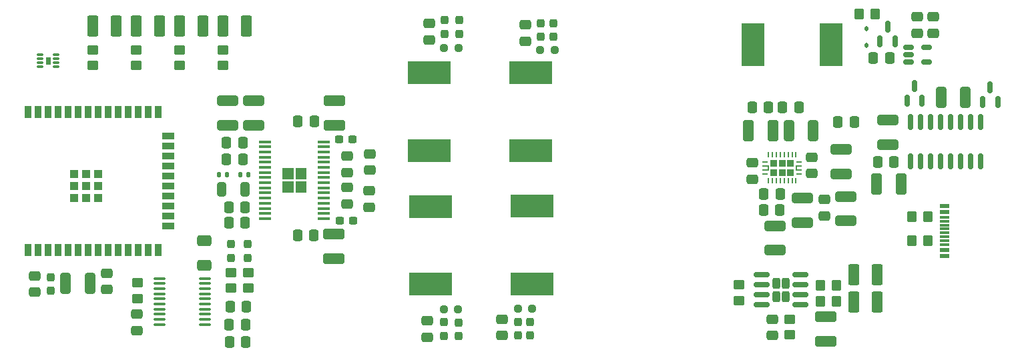
<source format=gbr>
%TF.GenerationSoftware,KiCad,Pcbnew,9.0.6*%
%TF.CreationDate,2025-12-07T16:06:48+02:00*%
%TF.ProjectId,BLUETOOTH_SPEAKER,424c5545-544f-44f5-9448-5f535045414b,rev?*%
%TF.SameCoordinates,Original*%
%TF.FileFunction,Paste,Top*%
%TF.FilePolarity,Positive*%
%FSLAX46Y46*%
G04 Gerber Fmt 4.6, Leading zero omitted, Abs format (unit mm)*
G04 Created by KiCad (PCBNEW 9.0.6) date 2025-12-07 16:06:48*
%MOMM*%
%LPD*%
G01*
G04 APERTURE LIST*
G04 Aperture macros list*
%AMRoundRect*
0 Rectangle with rounded corners*
0 $1 Rounding radius*
0 $2 $3 $4 $5 $6 $7 $8 $9 X,Y pos of 4 corners*
0 Add a 4 corners polygon primitive as box body*
4,1,4,$2,$3,$4,$5,$6,$7,$8,$9,$2,$3,0*
0 Add four circle primitives for the rounded corners*
1,1,$1+$1,$2,$3*
1,1,$1+$1,$4,$5*
1,1,$1+$1,$6,$7*
1,1,$1+$1,$8,$9*
0 Add four rect primitives between the rounded corners*
20,1,$1+$1,$2,$3,$4,$5,0*
20,1,$1+$1,$4,$5,$6,$7,0*
20,1,$1+$1,$6,$7,$8,$9,0*
20,1,$1+$1,$8,$9,$2,$3,0*%
G04 Aperture macros list end*
%ADD10C,0.010000*%
%ADD11RoundRect,0.250000X-0.350000X-0.450000X0.350000X-0.450000X0.350000X0.450000X-0.350000X0.450000X0*%
%ADD12RoundRect,0.250000X-0.475000X0.337500X-0.475000X-0.337500X0.475000X-0.337500X0.475000X0.337500X0*%
%ADD13RoundRect,0.250000X0.650000X-0.412500X0.650000X0.412500X-0.650000X0.412500X-0.650000X-0.412500X0*%
%ADD14RoundRect,0.150000X0.150000X-0.825000X0.150000X0.825000X-0.150000X0.825000X-0.150000X-0.825000X0*%
%ADD15RoundRect,0.250000X1.100000X-0.412500X1.100000X0.412500X-1.100000X0.412500X-1.100000X-0.412500X0*%
%ADD16RoundRect,0.250000X0.412500X1.100000X-0.412500X1.100000X-0.412500X-1.100000X0.412500X-1.100000X0*%
%ADD17RoundRect,0.250000X-0.337500X-0.475000X0.337500X-0.475000X0.337500X0.475000X-0.337500X0.475000X0*%
%ADD18RoundRect,0.250001X-0.462499X-1.074999X0.462499X-1.074999X0.462499X1.074999X-0.462499X1.074999X0*%
%ADD19RoundRect,0.250000X0.325000X0.650000X-0.325000X0.650000X-0.325000X-0.650000X0.325000X-0.650000X0*%
%ADD20RoundRect,0.033750X0.346250X0.101250X-0.346250X0.101250X-0.346250X-0.101250X0.346250X-0.101250X0*%
%ADD21RoundRect,0.250000X0.350000X0.450000X-0.350000X0.450000X-0.350000X-0.450000X0.350000X-0.450000X0*%
%ADD22RoundRect,0.250000X0.475000X-0.337500X0.475000X0.337500X-0.475000X0.337500X-0.475000X-0.337500X0*%
%ADD23RoundRect,0.237500X-0.300000X-0.237500X0.300000X-0.237500X0.300000X0.237500X-0.300000X0.237500X0*%
%ADD24RoundRect,0.237500X0.250000X0.237500X-0.250000X0.237500X-0.250000X-0.237500X0.250000X-0.237500X0*%
%ADD25RoundRect,0.250000X-1.100000X0.412500X-1.100000X-0.412500X1.100000X-0.412500X1.100000X0.412500X0*%
%ADD26RoundRect,0.237500X0.237500X-0.300000X0.237500X0.300000X-0.237500X0.300000X-0.237500X-0.300000X0*%
%ADD27RoundRect,0.250000X-0.400000X-1.075000X0.400000X-1.075000X0.400000X1.075000X-0.400000X1.075000X0*%
%ADD28RoundRect,0.250000X0.450000X-0.350000X0.450000X0.350000X-0.450000X0.350000X-0.450000X-0.350000X0*%
%ADD29RoundRect,0.250000X0.337500X0.475000X-0.337500X0.475000X-0.337500X-0.475000X0.337500X-0.475000X0*%
%ADD30RoundRect,0.250000X1.075000X-0.400000X1.075000X0.400000X-1.075000X0.400000X-1.075000X-0.400000X0*%
%ADD31RoundRect,0.135000X-0.135000X-0.185000X0.135000X-0.185000X0.135000X0.185000X-0.135000X0.185000X0*%
%ADD32RoundRect,0.150000X0.150000X-0.587500X0.150000X0.587500X-0.150000X0.587500X-0.150000X-0.587500X0*%
%ADD33RoundRect,0.150000X-0.512500X-0.150000X0.512500X-0.150000X0.512500X0.150000X-0.512500X0.150000X0*%
%ADD34RoundRect,0.237500X-0.237500X0.300000X-0.237500X-0.300000X0.237500X-0.300000X0.237500X0.300000X0*%
%ADD35R,1.160000X0.600000*%
%ADD36R,1.160000X0.300000*%
%ADD37RoundRect,0.250000X-1.075000X0.400000X-1.075000X-0.400000X1.075000X-0.400000X1.075000X0.400000X0*%
%ADD38RoundRect,0.237500X-0.250000X-0.237500X0.250000X-0.237500X0.250000X0.237500X-0.250000X0.237500X0*%
%ADD39RoundRect,0.112500X0.112500X-0.187500X0.112500X0.187500X-0.112500X0.187500X-0.112500X-0.187500X0*%
%ADD40RoundRect,0.250000X-0.450000X0.350000X-0.450000X-0.350000X0.450000X-0.350000X0.450000X0.350000X0*%
%ADD41R,5.400000X2.900000*%
%ADD42R,0.850000X0.920000*%
%ADD43R,0.250000X0.750000*%
%ADD44RoundRect,0.050400X-0.249600X0.069600X-0.249600X-0.069600X0.249600X-0.069600X0.249600X0.069600X0*%
%ADD45RoundRect,0.050400X-0.069600X0.249600X-0.069600X-0.249600X0.069600X-0.249600X0.069600X0.249600X0*%
%ADD46RoundRect,0.050000X-0.250000X0.050000X-0.250000X-0.050000X0.250000X-0.050000X0.250000X0.050000X0*%
%ADD47RoundRect,0.250000X-0.255000X-0.440000X0.255000X-0.440000X0.255000X0.440000X-0.255000X0.440000X0*%
%ADD48RoundRect,0.150000X-0.825000X-0.150000X0.825000X-0.150000X0.825000X0.150000X-0.825000X0.150000X0*%
%ADD49RoundRect,0.250000X0.400000X1.075000X-0.400000X1.075000X-0.400000X-1.075000X0.400000X-1.075000X0*%
%ADD50RoundRect,0.100000X0.637500X0.100000X-0.637500X0.100000X-0.637500X-0.100000X0.637500X-0.100000X0*%
%ADD51R,2.900000X5.400000*%
%ADD52R,0.900000X1.500000*%
%ADD53R,1.500000X0.900000*%
%ADD54R,1.050000X1.050000*%
%ADD55RoundRect,0.102500X-0.682500X-0.102500X0.682500X-0.102500X0.682500X0.102500X-0.682500X0.102500X0*%
G04 APERTURE END LIST*
D10*
%TO.C,U8*%
X54470000Y-97990000D02*
X53910000Y-97990000D01*
X53910000Y-97170000D01*
X54470000Y-97170000D01*
X54470000Y-97990000D01*
G36*
X54470000Y-97990000D02*
G01*
X53910000Y-97990000D01*
X53910000Y-97170000D01*
X54470000Y-97170000D01*
X54470000Y-97990000D01*
G37*
%TO.C,U1*%
X85235000Y-112570000D02*
X83935000Y-112570000D01*
X83935000Y-111220000D01*
X85235000Y-111220000D01*
X85235000Y-112570000D01*
G36*
X85235000Y-112570000D02*
G01*
X83935000Y-112570000D01*
X83935000Y-111220000D01*
X85235000Y-111220000D01*
X85235000Y-112570000D01*
G37*
X85235000Y-114290000D02*
X83935000Y-114290000D01*
X83935000Y-112940000D01*
X85235000Y-112940000D01*
X85235000Y-114290000D01*
G36*
X85235000Y-114290000D02*
G01*
X83935000Y-114290000D01*
X83935000Y-112940000D01*
X85235000Y-112940000D01*
X85235000Y-114290000D01*
G37*
X86905000Y-112570000D02*
X85605000Y-112570000D01*
X85605000Y-111220000D01*
X86905000Y-111220000D01*
X86905000Y-112570000D01*
G36*
X86905000Y-112570000D02*
G01*
X85605000Y-112570000D01*
X85605000Y-111220000D01*
X86905000Y-111220000D01*
X86905000Y-112570000D01*
G37*
X86905000Y-114290000D02*
X85605000Y-114290000D01*
X85605000Y-112940000D01*
X86905000Y-112940000D01*
X86905000Y-114290000D01*
G36*
X86905000Y-114290000D02*
G01*
X85605000Y-114290000D01*
X85605000Y-112940000D01*
X86905000Y-112940000D01*
X86905000Y-114290000D01*
G37*
%TD*%
D11*
%TO.C,R19*%
X152152500Y-128116000D03*
X154152500Y-128116000D03*
%TD*%
D12*
%TO.C,C50*%
X152630000Y-115222500D03*
X152630000Y-117297500D03*
%TD*%
D13*
%TO.C,C29*%
X74035000Y-123552500D03*
X74035000Y-120427500D03*
%TD*%
D14*
%TO.C,U4*%
X163575000Y-110332500D03*
X164845000Y-110332500D03*
X166115000Y-110332500D03*
X167385000Y-110332500D03*
X168655000Y-110332500D03*
X169925000Y-110332500D03*
X171195000Y-110332500D03*
X172465000Y-110332500D03*
X172465000Y-105382500D03*
X171195000Y-105382500D03*
X169925000Y-105382500D03*
X168655000Y-105382500D03*
X167385000Y-105382500D03*
X166115000Y-105382500D03*
X164845000Y-105382500D03*
X163575000Y-105382500D03*
%TD*%
D15*
%TO.C,C3*%
X90487500Y-105777500D03*
X90487500Y-102652500D03*
%TD*%
D16*
%TO.C,C38*%
X162402500Y-113220000D03*
X159277500Y-113220000D03*
%TD*%
D17*
%TO.C,C28*%
X77185000Y-133280000D03*
X79260000Y-133280000D03*
%TD*%
D18*
%TO.C,D5*%
X70852500Y-93210000D03*
X73827500Y-93210000D03*
%TD*%
D19*
%TO.C,C27*%
X79190000Y-113920000D03*
X76240000Y-113920000D03*
%TD*%
D20*
%TO.C,U8*%
X55175000Y-98330000D03*
X55175000Y-97830000D03*
X55175000Y-97330000D03*
X55175000Y-96830000D03*
X53205000Y-96830000D03*
X53205000Y-97330000D03*
X53205000Y-97830000D03*
X53205000Y-98330000D03*
%TD*%
D21*
%TO.C,R11*%
X165760000Y-120420000D03*
X163760000Y-120420000D03*
%TD*%
D22*
%TO.C,C37*%
X61650000Y-126647500D03*
X61650000Y-124572500D03*
%TD*%
D12*
%TO.C,C7*%
X94960000Y-109392500D03*
X94960000Y-111467500D03*
%TD*%
D23*
%TO.C,C4*%
X91147500Y-117855000D03*
X92872500Y-117855000D03*
%TD*%
D12*
%TO.C,C36*%
X52530000Y-124890000D03*
X52530000Y-126965000D03*
%TD*%
D17*
%TO.C,C51*%
X154362500Y-105400000D03*
X156437500Y-105400000D03*
%TD*%
D24*
%TO.C,R2*%
X118417500Y-96230000D03*
X116592500Y-96230000D03*
%TD*%
D18*
%TO.C,D7*%
X59852500Y-93210000D03*
X62827500Y-93210000D03*
%TD*%
D25*
%TO.C,C6*%
X90450000Y-119582500D03*
X90450000Y-122707500D03*
%TD*%
D26*
%TO.C,C16*%
X116705000Y-94560000D03*
X116705000Y-92835000D03*
%TD*%
D27*
%TO.C,R20*%
X148155000Y-106485000D03*
X151255000Y-106485000D03*
%TD*%
D11*
%TO.C,R15*%
X157067500Y-91620000D03*
X159067500Y-91620000D03*
%TD*%
D28*
%TO.C,R28*%
X70852500Y-98210000D03*
X70852500Y-96210000D03*
%TD*%
D11*
%TO.C,R14*%
X163760000Y-117420000D03*
X165760000Y-117420000D03*
%TD*%
D29*
%TO.C,C53*%
X147035000Y-114485000D03*
X144960000Y-114485000D03*
%TD*%
D30*
%TO.C,R6*%
X76997500Y-105750000D03*
X76997500Y-102650000D03*
%TD*%
D31*
%TO.C,R26*%
X75850000Y-112090000D03*
X76870000Y-112090000D03*
%TD*%
D32*
%TO.C,Q1*%
X172732500Y-102815000D03*
X174632500Y-102815000D03*
X173682500Y-100940000D03*
%TD*%
D33*
%TO.C,U5*%
X163350000Y-95877500D03*
X163350000Y-96827500D03*
X163350000Y-97777500D03*
X165625000Y-97777500D03*
X165625000Y-95877500D03*
%TD*%
D26*
%TO.C,C32*%
X77385000Y-122607500D03*
X77385000Y-120882500D03*
%TD*%
D34*
%TO.C,C20*%
X118305000Y-92817500D03*
X118305000Y-94542500D03*
%TD*%
D26*
%TO.C,C15*%
X104500000Y-94162500D03*
X104500000Y-92437500D03*
%TD*%
D35*
%TO.C,J3*%
X167901500Y-122401000D03*
X167901500Y-121601000D03*
D36*
X167901500Y-120451000D03*
X167901500Y-119451000D03*
X167901500Y-118951000D03*
X167901500Y-117951000D03*
D35*
X167901500Y-116801000D03*
X167901500Y-116001000D03*
X167901500Y-116001000D03*
X167901500Y-116801000D03*
D36*
X167901500Y-117451000D03*
X167901500Y-118451000D03*
X167901500Y-119951000D03*
X167901500Y-120951000D03*
D35*
X167901500Y-121601000D03*
X167901500Y-122401000D03*
%TD*%
D37*
%TO.C,R21*%
X155330000Y-114820000D03*
X155330000Y-117920000D03*
%TD*%
D32*
%TO.C,Q3*%
X159707500Y-95137500D03*
X161607500Y-95137500D03*
X160657500Y-93262500D03*
%TD*%
D38*
%TO.C,R1*%
X104430000Y-95967500D03*
X106255000Y-95967500D03*
%TD*%
D30*
%TO.C,R24*%
X146400000Y-121650000D03*
X146400000Y-118550000D03*
%TD*%
D23*
%TO.C,C1*%
X91097500Y-107525000D03*
X92822500Y-107525000D03*
%TD*%
D39*
%TO.C,D1*%
X157977500Y-95590000D03*
X157977500Y-93490000D03*
%TD*%
D12*
%TO.C,C41*%
X146022500Y-130398500D03*
X146022500Y-132473500D03*
%TD*%
D34*
%TO.C,C21*%
X115350000Y-130722500D03*
X115350000Y-132447500D03*
%TD*%
D40*
%TO.C,R9*%
X65510000Y-125770000D03*
X65510000Y-127770000D03*
%TD*%
D29*
%TO.C,C43*%
X160941250Y-97230000D03*
X158866250Y-97230000D03*
%TD*%
D17*
%TO.C,C25*%
X77100000Y-116160000D03*
X79175000Y-116160000D03*
%TD*%
D41*
%TO.C,L1*%
X102535000Y-109005000D03*
X102535000Y-99105000D03*
%TD*%
%TO.C,L3*%
X115410000Y-109005000D03*
X115410000Y-99105000D03*
%TD*%
%TO.C,L4*%
X102660000Y-116080000D03*
X102660000Y-125980000D03*
%TD*%
D30*
%TO.C,R5*%
X80267500Y-105750000D03*
X80267500Y-102650000D03*
%TD*%
D22*
%TO.C,C44*%
X166477500Y-94070000D03*
X166477500Y-91995000D03*
%TD*%
D30*
%TO.C,R22*%
X154800000Y-111950000D03*
X154800000Y-108850000D03*
%TD*%
D29*
%TO.C,C2*%
X87947500Y-105305000D03*
X85872500Y-105305000D03*
%TD*%
D12*
%TO.C,C9*%
X92110000Y-113685000D03*
X92110000Y-115760000D03*
%TD*%
D18*
%TO.C,D6*%
X65352500Y-93210000D03*
X68327500Y-93210000D03*
%TD*%
D16*
%TO.C,C46*%
X146117500Y-106505000D03*
X142992500Y-106505000D03*
%TD*%
D28*
%TO.C,R7*%
X79547500Y-126470000D03*
X79547500Y-124470000D03*
%TD*%
D22*
%TO.C,C42*%
X164397500Y-94100000D03*
X164397500Y-92025000D03*
%TD*%
D26*
%TO.C,C19*%
X106300000Y-94162500D03*
X106300000Y-92437500D03*
%TD*%
D34*
%TO.C,C22*%
X106225000Y-130812500D03*
X106225000Y-132537500D03*
%TD*%
D29*
%TO.C,C30*%
X79247500Y-131120000D03*
X77172500Y-131120000D03*
%TD*%
D18*
%TO.C,D2*%
X156392500Y-124776000D03*
X159367500Y-124776000D03*
%TD*%
D12*
%TO.C,C14*%
X102300000Y-130625000D03*
X102300000Y-132700000D03*
%TD*%
D29*
%TO.C,C45*%
X145570000Y-103485000D03*
X143495000Y-103485000D03*
%TD*%
D42*
%TO.C,U7*%
X148355000Y-110645000D03*
X147305000Y-110645000D03*
X146255000Y-110645000D03*
D43*
X149105000Y-111205000D03*
X145505000Y-111205000D03*
D42*
X148355000Y-111765000D03*
X147305000Y-111765000D03*
X146255000Y-111765000D03*
D44*
X149455000Y-110455000D03*
D45*
X149055000Y-109555000D03*
X148555000Y-109555000D03*
X148055000Y-109555000D03*
X147555000Y-109555000D03*
X147055000Y-109555000D03*
X146555000Y-109555000D03*
X146055000Y-109555000D03*
X145555000Y-109555000D03*
D44*
X145155000Y-110455000D03*
X145155000Y-111955000D03*
D45*
X145555000Y-112855000D03*
X146055000Y-112855000D03*
X146555000Y-112855000D03*
X147055000Y-112855000D03*
X147555000Y-112855000D03*
X148055000Y-112855000D03*
X148555000Y-112855000D03*
X149055000Y-112855000D03*
D44*
X149455000Y-111955000D03*
D46*
X149455000Y-110930000D03*
X145155000Y-110930000D03*
X149455000Y-111480000D03*
X145155000Y-111480000D03*
%TD*%
D34*
%TO.C,C17*%
X113775000Y-130722500D03*
X113775000Y-132447500D03*
%TD*%
D28*
%TO.C,R8*%
X77362500Y-126470000D03*
X77362500Y-124470000D03*
%TD*%
D22*
%TO.C,C8*%
X92110000Y-111792500D03*
X92110000Y-109717500D03*
%TD*%
D27*
%TO.C,R12*%
X167442500Y-102237500D03*
X170542500Y-102237500D03*
%TD*%
D32*
%TO.C,Q2*%
X163150000Y-102635000D03*
X165050000Y-102635000D03*
X164100000Y-100760000D03*
%TD*%
D26*
%TO.C,C31*%
X79510000Y-122607500D03*
X79510000Y-120882500D03*
%TD*%
D17*
%TO.C,C24*%
X76812500Y-110140000D03*
X78887500Y-110140000D03*
%TD*%
D28*
%TO.C,R27*%
X76352500Y-98210000D03*
X76352500Y-96210000D03*
%TD*%
D12*
%TO.C,C13*%
X111775000Y-130410000D03*
X111775000Y-132485000D03*
%TD*%
D28*
%TO.C,R30*%
X59840000Y-98210000D03*
X59840000Y-96210000D03*
%TD*%
D22*
%TO.C,C48*%
X151085000Y-111892500D03*
X151085000Y-109817500D03*
%TD*%
D41*
%TO.C,L2*%
X115585000Y-116055000D03*
X115585000Y-125955000D03*
%TD*%
D11*
%TO.C,R18*%
X152162500Y-126116000D03*
X154162500Y-126116000D03*
%TD*%
D29*
%TO.C,C5*%
X87920000Y-119770000D03*
X85845000Y-119770000D03*
%TD*%
D47*
%TO.C,U6*%
X146557500Y-125856000D03*
X146557500Y-127506000D03*
X147757500Y-125856000D03*
X147757500Y-127506000D03*
D48*
X144682500Y-124776000D03*
X144682500Y-126046000D03*
X144682500Y-127316000D03*
X144682500Y-128586000D03*
X149632500Y-128586000D03*
X149632500Y-127316000D03*
X149632500Y-126046000D03*
X149632500Y-124776000D03*
%TD*%
D29*
%TO.C,C52*%
X147012500Y-116525000D03*
X144937500Y-116525000D03*
%TD*%
D37*
%TO.C,R23*%
X149900000Y-115050000D03*
X149900000Y-118150000D03*
%TD*%
D24*
%TO.C,R4*%
X106212500Y-129162500D03*
X104387500Y-129162500D03*
%TD*%
D17*
%TO.C,C26*%
X77100000Y-118180000D03*
X79175000Y-118180000D03*
%TD*%
D12*
%TO.C,C49*%
X143505000Y-110547500D03*
X143505000Y-112622500D03*
%TD*%
D22*
%TO.C,C10*%
X94910000Y-116192500D03*
X94910000Y-114117500D03*
%TD*%
D30*
%TO.C,R13*%
X160680000Y-108217500D03*
X160680000Y-105117500D03*
%TD*%
D34*
%TO.C,C35*%
X54510000Y-125057500D03*
X54510000Y-126782500D03*
%TD*%
D28*
%TO.C,R17*%
X141802500Y-128016000D03*
X141802500Y-126016000D03*
%TD*%
D49*
%TO.C,R10*%
X59530000Y-125890000D03*
X56430000Y-125890000D03*
%TD*%
D24*
%TO.C,R3*%
X115600000Y-129100000D03*
X113775000Y-129100000D03*
%TD*%
D40*
%TO.C,R16*%
X148292500Y-130406000D03*
X148292500Y-132406000D03*
%TD*%
D31*
%TO.C,R25*%
X78570000Y-112090000D03*
X79590000Y-112090000D03*
%TD*%
D28*
%TO.C,R29*%
X65352500Y-98210000D03*
X65352500Y-96210000D03*
%TD*%
D29*
%TO.C,C47*%
X149402500Y-103485000D03*
X147327500Y-103485000D03*
%TD*%
D50*
%TO.C,U2*%
X74085000Y-131070000D03*
X74085000Y-130420000D03*
X74085000Y-129770000D03*
X74085000Y-129120000D03*
X74085000Y-128470000D03*
X74085000Y-127820000D03*
X74085000Y-127170000D03*
X74085000Y-126520000D03*
X74085000Y-125870000D03*
X74085000Y-125220000D03*
X68360000Y-125220000D03*
X68360000Y-125870000D03*
X68360000Y-126520000D03*
X68360000Y-127170000D03*
X68360000Y-127820000D03*
X68360000Y-128470000D03*
X68360000Y-129120000D03*
X68360000Y-129770000D03*
X68360000Y-130420000D03*
X68360000Y-131070000D03*
%TD*%
D17*
%TO.C,C23*%
X76812500Y-107990000D03*
X78887500Y-107990000D03*
%TD*%
D18*
%TO.C,D3*%
X156377500Y-128206000D03*
X159352500Y-128206000D03*
%TD*%
D51*
%TO.C,L5*%
X143560000Y-95570000D03*
X153460000Y-95570000D03*
%TD*%
D18*
%TO.C,D4*%
X76352500Y-93210000D03*
X79327500Y-93210000D03*
%TD*%
D52*
%TO.C,U3*%
X51635000Y-121595000D03*
X52905000Y-121595000D03*
X54175000Y-121595000D03*
X55445000Y-121595000D03*
X56715000Y-121595000D03*
X57985000Y-121595000D03*
X59255000Y-121595000D03*
X60525000Y-121595000D03*
X61795000Y-121595000D03*
X63065000Y-121595000D03*
X64335000Y-121595000D03*
X65605000Y-121595000D03*
X66875000Y-121595000D03*
X68145000Y-121595000D03*
D53*
X69395000Y-118555000D03*
X69395000Y-117285000D03*
X69395000Y-116015000D03*
X69395000Y-114745000D03*
X69395000Y-113475000D03*
X69395000Y-112205000D03*
X69395000Y-110935000D03*
X69395000Y-109665000D03*
X69395000Y-108395000D03*
X69395000Y-107125000D03*
D52*
X68145000Y-104095000D03*
X66875000Y-104095000D03*
X65605000Y-104095000D03*
X64335000Y-104095000D03*
X63065000Y-104095000D03*
X61795000Y-104095000D03*
X60525000Y-104095000D03*
X59255000Y-104095000D03*
X57985000Y-104095000D03*
X56715000Y-104095000D03*
X55445000Y-104095000D03*
X54175000Y-104095000D03*
X52905000Y-104095000D03*
X51635000Y-104095000D03*
D54*
X57450000Y-115050000D03*
X58975000Y-115050000D03*
X60500000Y-115050000D03*
X57450000Y-113525000D03*
X58975000Y-113525000D03*
X60500000Y-113525000D03*
X57450000Y-112000000D03*
X58975000Y-112000000D03*
X60500000Y-112000000D03*
%TD*%
D34*
%TO.C,C18*%
X104375000Y-130800000D03*
X104375000Y-132525000D03*
%TD*%
D22*
%TO.C,C11*%
X102500000Y-94937500D03*
X102500000Y-92862500D03*
%TD*%
D12*
%TO.C,C33*%
X65485000Y-129757500D03*
X65485000Y-131832500D03*
%TD*%
D55*
%TO.C,U1*%
X81700000Y-107880000D03*
X81700000Y-108530000D03*
X81700000Y-109180000D03*
X81700000Y-109830000D03*
X81700000Y-110480000D03*
X81700000Y-111130000D03*
X81700000Y-111780000D03*
X81700000Y-112430000D03*
X81700000Y-113080000D03*
X81700000Y-113730000D03*
X81700000Y-114380000D03*
X81700000Y-115030000D03*
X81700000Y-115680000D03*
X81700000Y-116330000D03*
X81700000Y-116980000D03*
X81700000Y-117630000D03*
X89140000Y-117630000D03*
X89140000Y-116980000D03*
X89140000Y-116330000D03*
X89140000Y-115680000D03*
X89140000Y-115030000D03*
X89140000Y-114380000D03*
X89140000Y-113730000D03*
X89140000Y-113080000D03*
X89140000Y-112430000D03*
X89140000Y-111780000D03*
X89140000Y-111130000D03*
X89140000Y-110480000D03*
X89140000Y-109830000D03*
X89140000Y-109180000D03*
X89140000Y-108530000D03*
X89140000Y-107880000D03*
%TD*%
D25*
%TO.C,C40*%
X152852500Y-130063500D03*
X152852500Y-133188500D03*
%TD*%
D22*
%TO.C,C12*%
X114730000Y-95105000D03*
X114730000Y-93030000D03*
%TD*%
D17*
%TO.C,C34*%
X77272500Y-128845000D03*
X79347500Y-128845000D03*
%TD*%
D29*
%TO.C,C39*%
X161467500Y-110447500D03*
X159392500Y-110447500D03*
%TD*%
M02*

</source>
